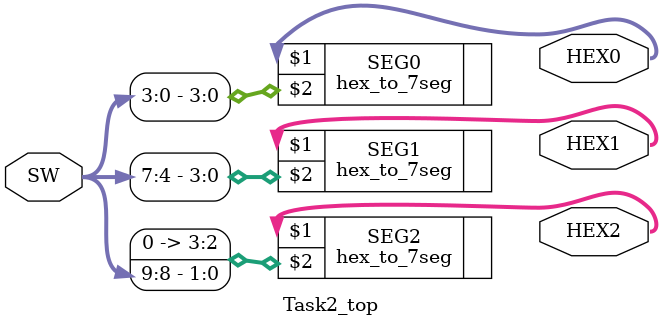
<source format=v>
 module Task2_top (
	SW,
	HEX0,
	HEX1,
	HEX2
	);
	input		[9:0] SW;
	output	[6:0] HEX0;
	output	[6:0] HEX1;
	output	[6:0] HEX2;
	
	hex_to_7seg		SEG0 (HEX0, SW[3:0]);
	hex_to_7seg		SEG1 (HEX1, SW[7:4]);
	hex_to_7seg		SEG2 (HEX2, {2'b00, SW[9:8]});

endmodule
</source>
